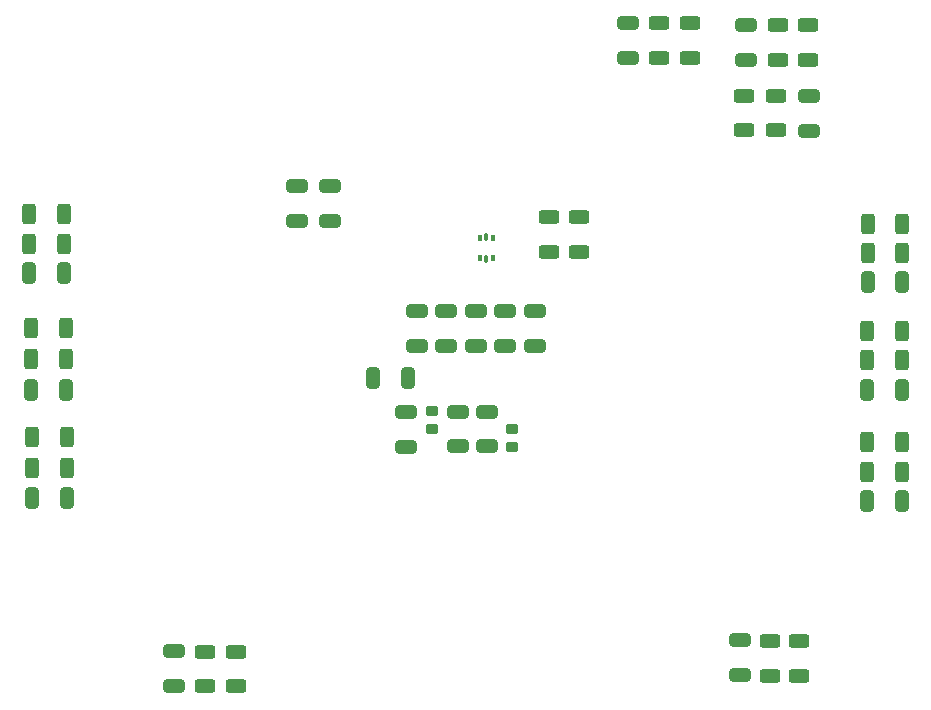
<source format=gbr>
%TF.GenerationSoftware,KiCad,Pcbnew,9.0.0*%
%TF.CreationDate,2025-03-22T00:06:51+01:00*%
%TF.ProjectId,steering_wheel_unit,73746565-7269-46e6-975f-776865656c5f,rev?*%
%TF.SameCoordinates,Original*%
%TF.FileFunction,Paste,Bot*%
%TF.FilePolarity,Positive*%
%FSLAX46Y46*%
G04 Gerber Fmt 4.6, Leading zero omitted, Abs format (unit mm)*
G04 Created by KiCad (PCBNEW 9.0.0) date 2025-03-22 00:06:51*
%MOMM*%
%LPD*%
G01*
G04 APERTURE LIST*
G04 Aperture macros list*
%AMRoundRect*
0 Rectangle with rounded corners*
0 $1 Rounding radius*
0 $2 $3 $4 $5 $6 $7 $8 $9 X,Y pos of 4 corners*
0 Add a 4 corners polygon primitive as box body*
4,1,4,$2,$3,$4,$5,$6,$7,$8,$9,$2,$3,0*
0 Add four circle primitives for the rounded corners*
1,1,$1+$1,$2,$3*
1,1,$1+$1,$4,$5*
1,1,$1+$1,$6,$7*
1,1,$1+$1,$8,$9*
0 Add four rect primitives between the rounded corners*
20,1,$1+$1,$2,$3,$4,$5,0*
20,1,$1+$1,$4,$5,$6,$7,0*
20,1,$1+$1,$6,$7,$8,$9,0*
20,1,$1+$1,$8,$9,$2,$3,0*%
G04 Aperture macros list end*
%ADD10RoundRect,0.135000X0.350000X-0.315000X0.350000X0.315000X-0.350000X0.315000X-0.350000X-0.315000X0*%
%ADD11RoundRect,0.250000X-0.650000X0.325000X-0.650000X-0.325000X0.650000X-0.325000X0.650000X0.325000X0*%
%ADD12RoundRect,0.250000X0.325000X0.650000X-0.325000X0.650000X-0.325000X-0.650000X0.325000X-0.650000X0*%
%ADD13RoundRect,0.250000X0.650000X-0.325000X0.650000X0.325000X-0.650000X0.325000X-0.650000X-0.325000X0*%
%ADD14RoundRect,0.250000X-0.312500X-0.625000X0.312500X-0.625000X0.312500X0.625000X-0.312500X0.625000X0*%
%ADD15RoundRect,0.250000X0.625000X-0.312500X0.625000X0.312500X-0.625000X0.312500X-0.625000X-0.312500X0*%
%ADD16RoundRect,0.093750X-0.093750X0.156250X-0.093750X-0.156250X0.093750X-0.156250X0.093750X0.156250X0*%
%ADD17RoundRect,0.075000X-0.075000X0.250000X-0.075000X-0.250000X0.075000X-0.250000X0.075000X0.250000X0*%
%ADD18RoundRect,0.250000X-0.325000X-0.650000X0.325000X-0.650000X0.325000X0.650000X-0.325000X0.650000X0*%
%ADD19RoundRect,0.250000X-0.625000X0.312500X-0.625000X-0.312500X0.625000X-0.312500X0.625000X0.312500X0*%
%ADD20RoundRect,0.250000X0.312500X0.625000X-0.312500X0.625000X-0.312500X-0.625000X0.312500X-0.625000X0*%
G04 APERTURE END LIST*
D10*
%TO.C,L2*%
X184330000Y-115470000D03*
X184330000Y-117040000D03*
%TD*%
D11*
%TO.C,C7*%
X186500000Y-118500000D03*
X186500000Y-115550000D03*
%TD*%
%TO.C,C8*%
X189000000Y-118500000D03*
X189000000Y-115550000D03*
%TD*%
%TO.C,C9*%
X182130000Y-118540000D03*
X182130000Y-115590000D03*
%TD*%
D12*
%TO.C,C6*%
X182240000Y-112750000D03*
X179290000Y-112750000D03*
%TD*%
D13*
%TO.C,C3*%
X188000000Y-110000000D03*
X188000000Y-107050000D03*
%TD*%
D11*
%TO.C,C29*%
X210407500Y-134925000D03*
X210407500Y-137875000D03*
%TD*%
D14*
%TO.C,R16*%
X221175000Y-111200000D03*
X224100000Y-111200000D03*
%TD*%
D15*
%TO.C,R9*%
X203530000Y-85595000D03*
X203530000Y-82670000D03*
%TD*%
D12*
%TO.C,C33*%
X153400000Y-122900000D03*
X150450000Y-122900000D03*
%TD*%
D14*
%TO.C,R24*%
X221175000Y-120640000D03*
X224100000Y-120640000D03*
%TD*%
D16*
%TO.C,U2*%
X188355000Y-100850000D03*
D17*
X188892500Y-100775000D03*
D16*
X189430000Y-100850000D03*
X189430000Y-102550000D03*
D17*
X188892500Y-102625000D03*
D16*
X188355000Y-102550000D03*
%TD*%
D14*
%TO.C,R19*%
X150192500Y-98800000D03*
X153117500Y-98800000D03*
%TD*%
D18*
%TO.C,C27*%
X221150000Y-113700000D03*
X224100000Y-113700000D03*
%TD*%
D13*
%TO.C,C4*%
X190500000Y-110000000D03*
X190500000Y-107050000D03*
%TD*%
D19*
%TO.C,R23*%
X165100000Y-135875000D03*
X165100000Y-138800000D03*
%TD*%
D13*
%TO.C,C24*%
X172900000Y-99380000D03*
X172900000Y-96430000D03*
%TD*%
D10*
%TO.C,L1*%
X191100000Y-118570000D03*
X191100000Y-117000000D03*
%TD*%
D14*
%TO.C,R15*%
X221192500Y-102140000D03*
X224117500Y-102140000D03*
%TD*%
D13*
%TO.C,C1*%
X183000000Y-110000000D03*
X183000000Y-107050000D03*
%TD*%
D15*
%TO.C,R27*%
X167700000Y-138800000D03*
X167700000Y-135875000D03*
%TD*%
D18*
%TO.C,C32*%
X221150000Y-123100000D03*
X224100000Y-123100000D03*
%TD*%
D20*
%TO.C,R17*%
X224100000Y-108700000D03*
X221175000Y-108700000D03*
%TD*%
D19*
%TO.C,R6*%
X213560000Y-82857500D03*
X213560000Y-85782500D03*
%TD*%
D12*
%TO.C,C30*%
X153325000Y-113700000D03*
X150375000Y-113700000D03*
%TD*%
D14*
%TO.C,R29*%
X150475000Y-117700000D03*
X153400000Y-117700000D03*
%TD*%
D20*
%TO.C,R18*%
X153117500Y-101340000D03*
X150192500Y-101340000D03*
%TD*%
D11*
%TO.C,C14*%
X216200000Y-88810000D03*
X216200000Y-91760000D03*
%TD*%
D20*
%TO.C,R25*%
X153400000Y-120300000D03*
X150475000Y-120300000D03*
%TD*%
D18*
%TO.C,C26*%
X221180000Y-104600000D03*
X224130000Y-104600000D03*
%TD*%
D20*
%TO.C,R22*%
X153312500Y-111100000D03*
X150387500Y-111100000D03*
%TD*%
D19*
%TO.C,R1*%
X216170000Y-82857500D03*
X216170000Y-85782500D03*
%TD*%
D11*
%TO.C,C18*%
X200900000Y-82657500D03*
X200900000Y-85607500D03*
%TD*%
D13*
%TO.C,C23*%
X175700000Y-99380000D03*
X175700000Y-96430000D03*
%TD*%
D20*
%TO.C,R14*%
X224117500Y-99700000D03*
X221192500Y-99700000D03*
%TD*%
D13*
%TO.C,C2*%
X185500000Y-110000000D03*
X185500000Y-107050000D03*
%TD*%
D12*
%TO.C,C28*%
X153130000Y-103830000D03*
X150180000Y-103830000D03*
%TD*%
D19*
%TO.C,R48*%
X196710000Y-99090000D03*
X196710000Y-102015000D03*
%TD*%
D13*
%TO.C,C5*%
X193000000Y-110000000D03*
X193000000Y-107050000D03*
%TD*%
D11*
%TO.C,C16*%
X210920000Y-82845000D03*
X210920000Y-85795000D03*
%TD*%
D20*
%TO.C,R28*%
X224100000Y-118140000D03*
X221175000Y-118140000D03*
%TD*%
D19*
%TO.C,R30*%
X210750000Y-88822500D03*
X210750000Y-91747500D03*
%TD*%
%TO.C,R20*%
X212907500Y-134975000D03*
X212907500Y-137900000D03*
%TD*%
%TO.C,R8*%
X206120000Y-82670000D03*
X206120000Y-85595000D03*
%TD*%
%TO.C,R47*%
X194250000Y-99110000D03*
X194250000Y-102035000D03*
%TD*%
D14*
%TO.C,R26*%
X150387500Y-108500000D03*
X153312500Y-108500000D03*
%TD*%
D19*
%TO.C,R31*%
X213430000Y-88822500D03*
X213430000Y-91747500D03*
%TD*%
D15*
%TO.C,R21*%
X215400000Y-137900000D03*
X215400000Y-134975000D03*
%TD*%
D11*
%TO.C,C31*%
X162500000Y-135862500D03*
X162500000Y-138812500D03*
%TD*%
M02*

</source>
